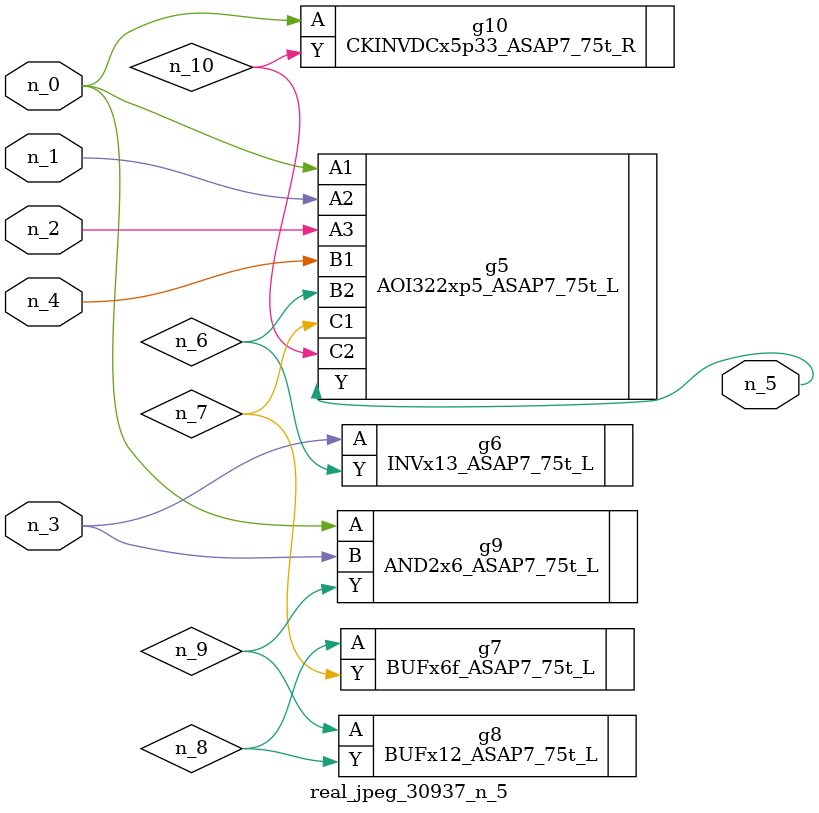
<source format=v>
module real_jpeg_30937_n_5 (n_4, n_0, n_1, n_2, n_3, n_5);

input n_4;
input n_0;
input n_1;
input n_2;
input n_3;

output n_5;

wire n_8;
wire n_6;
wire n_7;
wire n_10;
wire n_9;

AOI322xp5_ASAP7_75t_L g5 ( 
.A1(n_0),
.A2(n_1),
.A3(n_2),
.B1(n_4),
.B2(n_6),
.C1(n_7),
.C2(n_10),
.Y(n_5)
);

AND2x6_ASAP7_75t_L g9 ( 
.A(n_0),
.B(n_3),
.Y(n_9)
);

CKINVDCx5p33_ASAP7_75t_R g10 ( 
.A(n_0),
.Y(n_10)
);

INVx13_ASAP7_75t_L g6 ( 
.A(n_3),
.Y(n_6)
);

BUFx6f_ASAP7_75t_L g7 ( 
.A(n_8),
.Y(n_7)
);

BUFx12_ASAP7_75t_L g8 ( 
.A(n_9),
.Y(n_8)
);


endmodule
</source>
